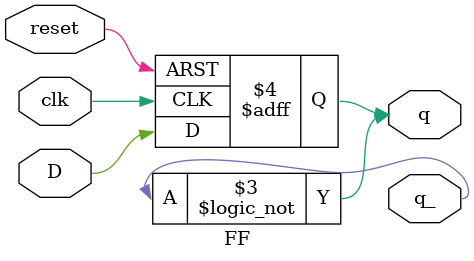
<source format=v>
module FF(
	input D,
	input clk,
	input reset,
	output reg q,
	output reg q_
);
	always @(posedge clk, negedge reset) begin
		if(!reset) begin
			q <= 0;
		end
		else begin
			q <= D;
		end
	end
	assign q = !q_;
endmodule
</source>
